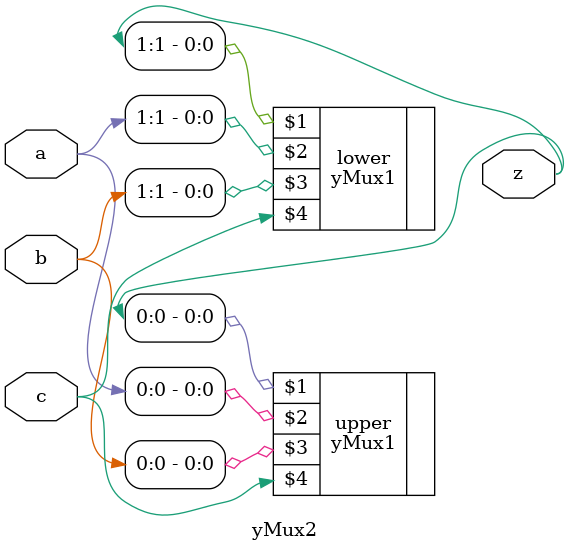
<source format=v>

module yMux2(z, a, b, c);

output [1:0] z;
input [1:0] a, b;
input c;

yMux1 upper(z[0], a[0], b[0], c);
yMux1 lower(z[1], a[1], b[1], c); 

endmodule

</source>
